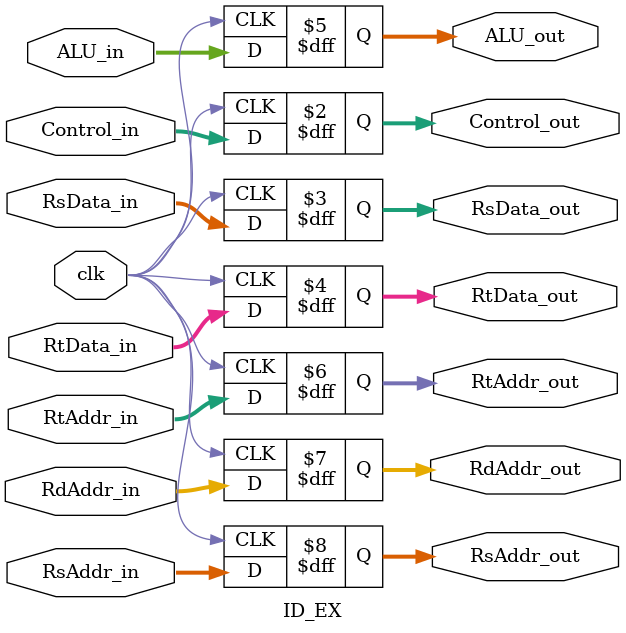
<source format=v>
module ID_EX(
	//output
output reg[7:0]Control_out,
output reg[31:0]RsData_out,
output reg[31:0]RtData_out,
output reg[31:0]ALU_out,
output reg[4:0]RtAddr_out,
output reg[4:0]RdAddr_out,
output reg[4:0]RsAddr_out,
	//input
input [7:0]Control_in,
input [31:0]RsData_in,
input [31:0]RtData_in,
input [31:0]ALU_in,
input [4:0]RtAddr_in,
input [4:0]RdAddr_in,
input [4:0]RsAddr_in,
input clk
);
always@(posedge clk)
begin
	Control_out<=Control_in;
	RsData_out<=RsData_in;
	RtData_out<=RtData_in;
	ALU_out<=ALU_in;
	RtAddr_out<=RtAddr_in;
	RdAddr_out<=RdAddr_in;
	RsAddr_out<=RsAddr_in;
end

endmodule

</source>
